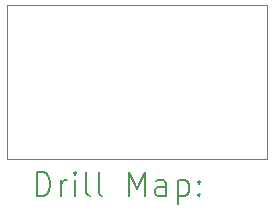
<source format=gbr>
%TF.GenerationSoftware,KiCad,Pcbnew,6.0.9-8da3e8f707~116~ubuntu22.04.1*%
%TF.CreationDate,2022-11-22T16:03:39+05:30*%
%TF.ProjectId,mpu,6d70752e-6b69-4636-9164-5f7063625858,rev?*%
%TF.SameCoordinates,Original*%
%TF.FileFunction,Drillmap*%
%TF.FilePolarity,Positive*%
%FSLAX45Y45*%
G04 Gerber Fmt 4.5, Leading zero omitted, Abs format (unit mm)*
G04 Created by KiCad (PCBNEW 6.0.9-8da3e8f707~116~ubuntu22.04.1) date 2022-11-22 16:03:39*
%MOMM*%
%LPD*%
G01*
G04 APERTURE LIST*
%ADD10C,0.100000*%
%ADD11C,0.200000*%
G04 APERTURE END LIST*
D10*
X14106000Y-6810000D02*
X16306000Y-6810000D01*
X16306000Y-6810000D02*
X16306000Y-8110000D01*
X16306000Y-8110000D02*
X14106000Y-8110000D01*
X14106000Y-8110000D02*
X14106000Y-6810000D01*
D11*
X14358619Y-8425476D02*
X14358619Y-8225476D01*
X14406238Y-8225476D01*
X14434809Y-8235000D01*
X14453857Y-8254048D01*
X14463381Y-8273095D01*
X14472905Y-8311190D01*
X14472905Y-8339762D01*
X14463381Y-8377857D01*
X14453857Y-8396905D01*
X14434809Y-8415952D01*
X14406238Y-8425476D01*
X14358619Y-8425476D01*
X14558619Y-8425476D02*
X14558619Y-8292143D01*
X14558619Y-8330238D02*
X14568143Y-8311190D01*
X14577667Y-8301667D01*
X14596714Y-8292143D01*
X14615762Y-8292143D01*
X14682428Y-8425476D02*
X14682428Y-8292143D01*
X14682428Y-8225476D02*
X14672905Y-8235000D01*
X14682428Y-8244524D01*
X14691952Y-8235000D01*
X14682428Y-8225476D01*
X14682428Y-8244524D01*
X14806238Y-8425476D02*
X14787190Y-8415952D01*
X14777667Y-8396905D01*
X14777667Y-8225476D01*
X14911000Y-8425476D02*
X14891952Y-8415952D01*
X14882428Y-8396905D01*
X14882428Y-8225476D01*
X15139571Y-8425476D02*
X15139571Y-8225476D01*
X15206238Y-8368333D01*
X15272905Y-8225476D01*
X15272905Y-8425476D01*
X15453857Y-8425476D02*
X15453857Y-8320714D01*
X15444333Y-8301667D01*
X15425286Y-8292143D01*
X15387190Y-8292143D01*
X15368143Y-8301667D01*
X15453857Y-8415952D02*
X15434809Y-8425476D01*
X15387190Y-8425476D01*
X15368143Y-8415952D01*
X15358619Y-8396905D01*
X15358619Y-8377857D01*
X15368143Y-8358809D01*
X15387190Y-8349286D01*
X15434809Y-8349286D01*
X15453857Y-8339762D01*
X15549095Y-8292143D02*
X15549095Y-8492143D01*
X15549095Y-8301667D02*
X15568143Y-8292143D01*
X15606238Y-8292143D01*
X15625286Y-8301667D01*
X15634809Y-8311190D01*
X15644333Y-8330238D01*
X15644333Y-8387381D01*
X15634809Y-8406429D01*
X15625286Y-8415952D01*
X15606238Y-8425476D01*
X15568143Y-8425476D01*
X15549095Y-8415952D01*
X15730048Y-8406429D02*
X15739571Y-8415952D01*
X15730048Y-8425476D01*
X15720524Y-8415952D01*
X15730048Y-8406429D01*
X15730048Y-8425476D01*
X15730048Y-8301667D02*
X15739571Y-8311190D01*
X15730048Y-8320714D01*
X15720524Y-8311190D01*
X15730048Y-8301667D01*
X15730048Y-8320714D01*
M02*

</source>
